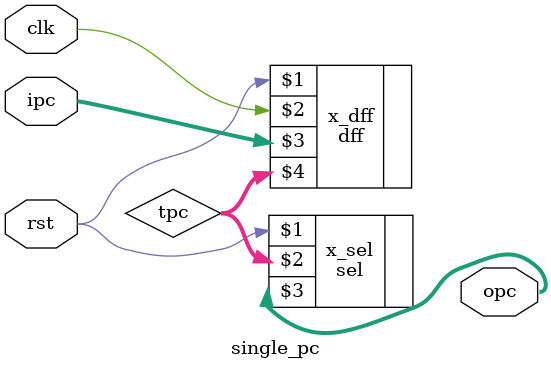
<source format=v>
`timescale 1ns / 1ps
module single_pc(clk,rst,ipc,opc);
		input clk;
		input rst;
 		input [8:0] ipc;
  		output [8:0] opc;
		wire [8:0] tpc;
		
		dff x_dff(rst,clk,ipc,tpc);	//tpc = ipc
		sel x_sel(rst,tpc,opc);	//opc = rst ? 9'b111111111 : tpc;
endmodule


</source>
